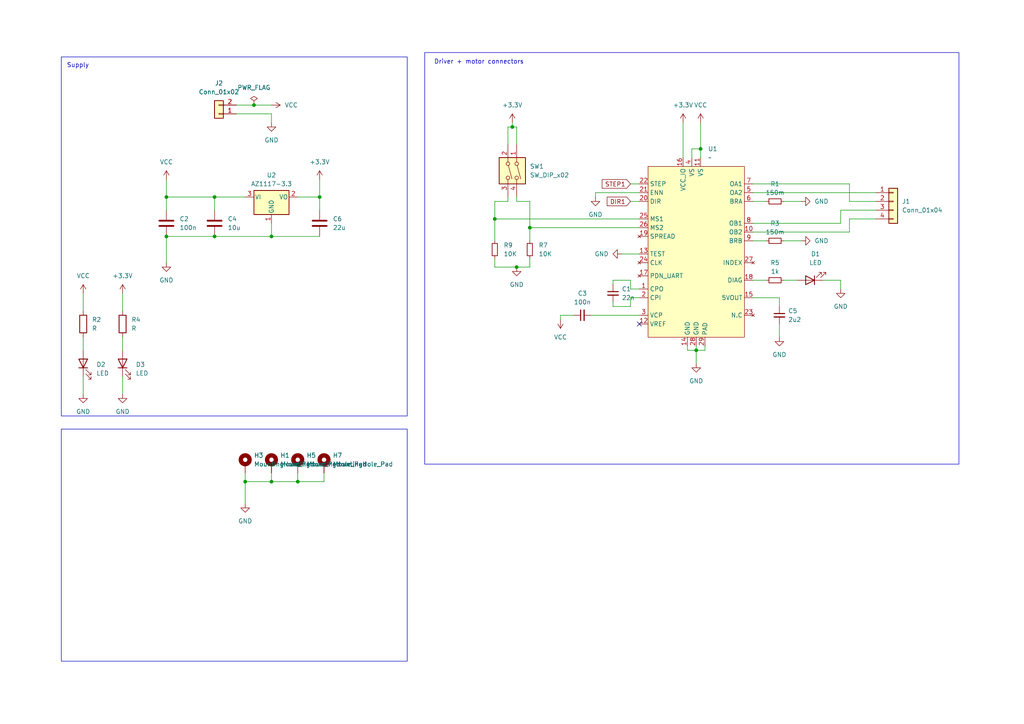
<source format=kicad_sch>
(kicad_sch (version 20250114) (generator "eeschema") (generator_version "9.0")
  (paper "A4")
  (lib_symbols
    (symbol "Connector_Generic:Conn_01x02" (pin_names (offset 1.016) (hide yes))
      (property "Reference" "J" (at 0 2.54 0))
      (property "Value" "Conn_01x02" (at 0 -5.08 0))
      (symbol "Conn_01x02_1_1"
        (rectangle (start -1.27 1.27) (end 1.27 -3.81) (stroke (width 0.254)) (fill (type background)))
        (rectangle (start -1.27 0.127) (end 0 -0.127) (stroke (width 0.1524)))
        (rectangle (start -1.27 -2.413) (end 0 -2.667) (stroke (width 0.1524)))
        (pin passive line (at -5.08 0 0) (length 3.81) (name "Pin_1") (number "1"))
        (pin passive line (at -5.08 -2.54 0) (length 3.81) (name "Pin_2") (number "2"))
      )
    )
    (symbol "Connector_Generic:Conn_01x04" (pin_names (offset 1.016) (hide yes))
      (property "Reference" "J" (at 0 5.08 0))
      (property "Value" "Conn_01x04" (at 0 -7.62 0))
      (symbol "Conn_01x04_1_1"
        (rectangle (start -1.27 3.81) (end 1.27 -6.35) (stroke (width 0.254)) (fill (type background)))
        (rectangle (start -1.27 2.667) (end 0 2.413) (stroke (width 0.1524)))
        (rectangle (start -1.27 0.127) (end 0 -0.127) (stroke (width 0.1524)))
        (rectangle (start -1.27 -2.413) (end 0 -2.667) (stroke (width 0.1524)))
        (rectangle (start -1.27 -4.953) (end 0 -5.207) (stroke (width 0.1524)))
        (pin passive line (at -5.08 2.54 0) (length 3.81) (name "Pin_1") (number "1"))
        (pin passive line (at -5.08 0 0) (length 3.81) (name "Pin_2") (number "2"))
        (pin passive line (at -5.08 -2.54 0) (length 3.81) (name "Pin_3") (number "3"))
        (pin passive line (at -5.08 -5.08 0) (length 3.81) (name "Pin_4") (number "4"))
      )
    )
    (symbol "Device:C" (pin_numbers (hide yes)) (pin_names (offset 0.254))
      (property "Reference" "C" (at 0.635 2.54 0))
      (property "Value" "C" (at 0.635 -2.54 0))
      (symbol "C_0_1"
        (polyline (pts (xy -2.032 0.762) (xy 2.032 0.762)) (stroke (width 0.508)))
        (polyline (pts (xy -2.032 -0.762) (xy 2.032 -0.762)) (stroke (width 0.508)))
      )
      (symbol "C_1_1"
        (pin passive line (at 0 3.81 270) (length 2.794) (name "~") (number "1"))
        (pin passive line (at 0 -3.81 90) (length 2.794) (name "~") (number "2"))
      )
    )
    (symbol "Device:C_Small" (pin_numbers (hide yes)) (pin_names (offset 0.254) (hide yes))
      (property "Reference" "C" (at 0.254 1.778 0))
      (property "Value" "C_Small" (at 0.254 -2.032 0))
      (symbol "C_Small_0_1"
        (polyline (pts (xy -1.524 0.508) (xy 1.524 0.508)) (stroke (width 0.3048)))
        (polyline (pts (xy -1.524 -0.508) (xy 1.524 -0.508)) (stroke (width 0.3302)))
      )
      (symbol "C_Small_1_1"
        (pin passive line (at 0 2.54 270) (length 2.032) (name "~") (number "1"))
        (pin passive line (at 0 -2.54 90) (length 2.032) (name "~") (number "2"))
      )
    )
    (symbol "Device:LED" (pin_numbers (hide yes)) (pin_names (offset 1.016) (hide yes))
      (property "Reference" "D" (at 0 2.54 0))
      (property "Value" "LED" (at 0 -2.54 0))
      (symbol "LED_0_1"
        (polyline (pts (xy -3.048 -0.762) (xy -4.572 -2.286) (xy -3.81 -2.286) (xy -4.572 -2.286) (xy -4.572 -1.524)))
        (polyline (pts (xy -1.778 -0.762) (xy -3.302 -2.286) (xy -2.54 -2.286) (xy -3.302 -2.286) (xy -3.302 -1.524)))
        (polyline (pts (xy -1.27 0) (xy 1.27 0)))
        (polyline (pts (xy -1.27 -1.27) (xy -1.27 1.27)) (stroke (width 0.254)))
        (polyline (pts (xy 1.27 -1.27) (xy 1.27 1.27) (xy -1.27 0) (xy 1.27 -1.27)) (stroke (width 0.254)))
      )
      (symbol "LED_1_1"
        (pin passive line (at -3.81 0 0) (length 2.54) (name "K") (number "1"))
        (pin passive line (at 3.81 0 180) (length 2.54) (name "A") (number "2"))
      )
    )
    (symbol "Device:R" (pin_numbers (hide yes)) (pin_names (offset 0))
      (property "Reference" "R" (at 2.032 0 90))
      (property "Value" "R" (at 0 0 90))
      (symbol "R_0_1"
        (rectangle (start -1.016 -2.54) (end 1.016 2.54) (stroke (width 0.254)))
      )
      (symbol "R_1_1"
        (pin passive line (at 0 3.81 270) (length 1.27) (name "~") (number "1"))
        (pin passive line (at 0 -3.81 90) (length 1.27) (name "~") (number "2"))
      )
    )
    (symbol "Device:R_Small" (pin_numbers (hide yes)) (pin_names (offset 0.254) (hide yes))
      (property "Reference" "R" (at 0.762 0.508 0))
      (property "Value" "R_Small" (at 0.762 -1.016 0))
      (symbol "R_Small_0_1"
        (rectangle (start -0.762 1.778) (end 0.762 -1.778) (stroke (width 0.2032)))
      )
      (symbol "R_Small_1_1"
        (pin passive line (at 0 2.54 270) (length 0.762) (name "~") (number "1"))
        (pin passive line (at 0 -2.54 90) (length 0.762) (name "~") (number "2"))
      )
    )
    (symbol "Mechanical:MountingHole_Pad" (pin_numbers (hide yes)) (pin_names (offset 1.016) (hide yes))
      (property "Reference" "H" (at 0 6.35 0))
      (property "Value" "MountingHole_Pad" (at 0 4.445 0))
      (symbol "MountingHole_Pad_0_1"
        (circle (center 0 1.27) (radius 1.27) (stroke (width 1.27)))
      )
      (symbol "MountingHole_Pad_1_1"
        (pin input line (at 0 -2.54 90) (length 2.54) (name "1") (number "1"))
      )
    )
    (symbol "Regulator_Linear:AZ1117-3.3" (pin_names (offset 0.254))
      (property "Reference" "U" (at -3.81 3.175 0))
      (property "Value" "AZ1117-3.3" (at 0 3.175 0))
      (symbol "AZ1117-3.3_0_1"
        (rectangle (start -5.08 1.905) (end 5.08 -5.08) (stroke (width 0.254)) (fill (type background)))
      )
      (symbol "AZ1117-3.3_1_1"
        (pin power_in line (at -7.62 0 0) (length 2.54) (name "VI") (number "3"))
        (pin power_in line (at 0 -7.62 90) (length 2.54) (name "GND") (number "1"))
        (pin power_out line (at 7.62 0 180) (length 2.54) (name "VO") (number "2"))
      )
    )
    (symbol "Switch:SW_DIP_x02" (pin_names (offset 0) (hide yes))
      (property "Reference" "SW" (at 0 6.35 0))
      (property "Value" "SW_DIP_x02" (at 0 -3.81 0))
      (symbol "SW_DIP_x02_0_0"
        (circle (center -2.032 2.54) (radius 0.508))
        (circle (center -2.032 0) (radius 0.508))
        (polyline (pts (xy -1.524 2.667) (xy 2.3622 3.7084)))
        (polyline (pts (xy -1.524 0.127) (xy 2.3622 1.1684)))
        (circle (center 2.032 2.54) (radius 0.508))
        (circle (center 2.032 0) (radius 0.508))
      )
      (symbol "SW_DIP_x02_0_1"
        (rectangle (start -3.81 5.08) (end 3.81 -2.54) (stroke (width 0.254)) (fill (type background)))
      )
      (symbol "SW_DIP_x02_1_1"
        (pin passive line (at -7.62 2.54 0) (length 5.08) (name "~") (number "1"))
        (pin passive line (at -7.62 0 0) (length 5.08) (name "~") (number "2"))
        (pin passive line (at 7.62 2.54 180) (length 5.08) (name "~") (number "4"))
        (pin passive line (at 7.62 0 180) (length 5.08) (name "~") (number "3"))
      )
    )
    (symbol "my_lib:TMC2225"
      (property "Reference" "U" (at 13.462 45.212 0))
      (symbol "TMC2225_1_1"
        (rectangle (start -5.08 41.91) (end 22.86 -7.62) (fill (type color) (color 255 255 194 1)))
        (pin input line (at -7.62 36.83 0) (length 2.54) (name "STEP") (number "22"))
        (pin input line (at -7.62 34.29 0) (length 2.54) (name "ENN") (number "21"))
        (pin input line (at -7.62 31.75 0) (length 2.54) (name "DIR") (number "20"))
        (pin input line (at -7.62 26.67 0) (length 2.54) (name "MS1") (number "25"))
        (pin input line (at -7.62 24.13 0) (length 2.54) (name "MS2") (number "26"))
        (pin no_connect line (at -7.62 21.59 0) (length 2.54) (name "SPREAD") (number "19"))
        (pin input line (at -7.62 16.51 0) (length 2.54) (name "TEST") (number "13"))
        (pin no_connect line (at -7.62 13.97 0) (length 2.54) (name "CLK") (number "24"))
        (pin no_connect line (at -7.62 10.16 0) (length 2.54) (name "PDN_UART") (number "17"))
        (pin passive line (at -7.62 6.35 0) (length 2.54) (name "CPO") (number "1"))
        (pin passive line (at -7.62 3.81 0) (length 2.54) (name "CPI") (number "2"))
        (pin passive line (at -7.62 -1.27 0) (length 2.54) (name "VCP") (number "3"))
        (pin input line (at -7.62 -3.81 0) (length 2.54) (name "VREF") (number "12"))
        (pin input line (at 5.08 44.45 270) (length 2.54) (name "VCC_IO") (number "16"))
        (pin input line (at 6.35 -10.16 90) (length 2.54) (name "GND") (number "14"))
        (pin input line (at 7.62 44.45 270) (length 2.54) (name "VS") (number "4"))
        (pin input line (at 8.89 -10.16 90) (length 2.54) (name "GND") (number "28"))
        (pin input line (at 10.16 44.45 270) (length 2.54) (name "VS") (number "11"))
        (pin input line (at 11.43 -10.16 90) (length 2.54) (name "PAD") (number "29"))
        (pin output line (at 25.4 36.83 180) (length 2.54) (name "OA1") (number "7"))
        (pin output line (at 25.4 34.29 180) (length 2.54) (name "OA2") (number "5"))
        (pin output line (at 25.4 31.75 180) (length 2.54) (name "BRA") (number "6"))
        (pin output line (at 25.4 25.4 180) (length 2.54) (name "OB1") (number "8"))
        (pin output line (at 25.4 22.86 180) (length 2.54) (name "OB2") (number "10"))
        (pin output line (at 25.4 20.32 180) (length 2.54) (name "BRB") (number "9"))
        (pin no_connect line (at 25.4 13.97 180) (length 2.54) (name "INDEX") (number "27"))
        (pin output line (at 25.4 8.89 180) (length 2.54) (name "DIAG") (number "18"))
        (pin passive line (at 25.4 3.81 180) (length 2.54) (name "5VOUT") (number "15"))
        (pin no_connect line (at 25.4 -1.27 180) (length 2.54) (name "N.C") (number "23"))
      )
    )
    (symbol "power:+3.3V" (power) (pin_names (offset 0))
      (property "Value" "+3.3V" (at 0 3.556 0))
      (symbol "+3.3V_0_1"
        (polyline (pts (xy -0.762 1.27) (xy 0 2.54)))
        (polyline (pts (xy 0 2.54) (xy 0.762 1.27)))
        (polyline (pts (xy 0 0) (xy 0 2.54)))
      )
      (symbol "+3.3V_1_1"
        (pin power_in line (at 0 0 90) (length 0) (hide yes) (name "+3.3V") (number "1"))
      )
    )
    (symbol "power:GND" (power) (pin_names (offset 0))
      (property "Value" "GND" (at 0 -3.81 0))
      (symbol "GND_0_1"
        (polyline (pts (xy 0 0) (xy 0 -1.27) (xy 1.27 -1.27) (xy 0 -2.54) (xy -1.27 -1.27) (xy 0 -1.27)))
      )
      (symbol "GND_1_1"
        (pin power_in line (at 0 0 270) (length 0) (hide yes) (name "GND") (number "1"))
      )
    )
    (symbol "power:PWR_FLAG" (power) (pin_numbers (hide yes)) (pin_names (offset 0) (hide yes))
      (property "Value" "PWR_FLAG" (at 0 3.81 0))
      (symbol "PWR_FLAG_0_0"
        (pin power_out line (at 0 0 90) (length 0) (name "pwr") (number "1"))
      )
      (symbol "PWR_FLAG_0_1"
        (polyline (pts (xy 0 0) (xy 0 1.27) (xy -1.016 1.905) (xy 0 2.54) (xy 1.016 1.905) (xy 0 1.27)))
      )
    )
    (symbol "power:VCC" (power) (pin_names (offset 0))
      (property "Value" "VCC" (at 0 3.81 0))
      (symbol "VCC_0_1"
        (polyline (pts (xy -0.762 1.27) (xy 0 2.54)))
        (polyline (pts (xy 0 2.54) (xy 0.762 1.27)))
        (polyline (pts (xy 0 0) (xy 0 2.54)))
      )
      (symbol "VCC_1_1"
        (pin power_in line (at 0 0 90) (length 0) (hide yes) (name "VCC") (number "1"))
      )
    )
  )
  (rectangle (start 17.78 124.46) (end 118.11 191.77))
  (rectangle (start 123.19 15.24) (end 278.13 134.62))
  (rectangle (start 17.78 16.51) (end 118.11 120.65))
  (text "Supply\n" (at 22.606 19.05 0) (effects (font (size 1.27 1.27))))
  (text "Driver + motor connectors\n" (at 138.938 18.034 0) (effects (font (size 1.27 1.27))))
  (junction (at 62.23 57.15))
  (junction (at 48.26 57.15))
  (junction (at 78.74 68.58))
  (junction (at 78.74 139.7))
  (junction (at 201.93 101.6))
  (junction (at 62.23 68.58))
  (junction (at 153.67 66.04))
  (junction (at 71.12 139.7))
  (junction (at 73.66 30.48))
  (junction (at 149.86 77.47))
  (junction (at 92.71 57.15))
  (junction (at 48.26 68.58))
  (junction (at 203.2 43.18))
  (junction (at 148.59 36.83))
  (junction (at 143.51 63.5))
  (junction (at 86.36 139.7))
  (no_connect (at 185.42 93.98))
  (wire (pts (xy 24.13 85.09) (xy 24.13 90.17)))
  (wire (pts (xy 203.2 43.18) (xy 203.2 45.72)))
  (wire (pts (xy 227.33 69.85) (xy 232.41 69.85)))
  (wire (pts (xy 182.88 53.34) (xy 185.42 53.34)))
  (wire (pts (xy 86.36 57.15) (xy 92.71 57.15)))
  (wire (pts (xy 246.38 67.31) (xy 246.38 63.5)))
  (wire (pts (xy 200.66 45.72) (xy 200.66 43.18)))
  (wire (pts (xy 182.88 83.82) (xy 182.88 81.28)))
  (wire (pts (xy 147.32 41.91) (xy 147.32 36.83)))
  (wire (pts (xy 218.44 69.85) (xy 222.25 69.85)))
  (wire (pts (xy 24.13 109.22) (xy 24.13 114.3)))
  (wire (pts (xy 182.88 86.36) (xy 182.88 88.9)))
  (wire (pts (xy 92.71 57.15) (xy 92.71 60.96)))
  (wire (pts (xy 243.84 64.77) (xy 243.84 60.96)))
  (wire (pts (xy 147.32 58.42) (xy 147.32 57.15)))
  (wire (pts (xy 73.66 30.48) (xy 78.74 30.48)))
  (wire (pts (xy 180.34 73.66) (xy 185.42 73.66)))
  (wire (pts (xy 243.84 60.96) (xy 254 60.96)))
  (wire (pts (xy 199.39 100.33) (xy 199.39 101.6)))
  (wire (pts (xy 162.56 91.44) (xy 162.56 92.71)))
  (wire (pts (xy 149.86 41.91) (xy 149.86 36.83)))
  (wire (pts (xy 62.23 68.58) (xy 78.74 68.58)))
  (wire (pts (xy 153.67 77.47) (xy 153.67 74.93)))
  (wire (pts (xy 35.56 109.22) (xy 35.56 114.3)))
  (wire (pts (xy 78.74 139.7) (xy 86.36 139.7)))
  (wire (pts (xy 227.33 58.42) (xy 232.41 58.42)))
  (wire (pts (xy 153.67 66.04) (xy 153.67 58.42)))
  (wire (pts (xy 143.51 77.47) (xy 149.86 77.47)))
  (wire (pts (xy 35.56 85.09) (xy 35.56 90.17)))
  (wire (pts (xy 78.74 68.58) (xy 92.71 68.58)))
  (wire (pts (xy 71.12 137.16) (xy 71.12 139.7)))
  (wire (pts (xy 246.38 63.5) (xy 254 63.5)))
  (wire (pts (xy 218.44 67.31) (xy 246.38 67.31)))
  (wire (pts (xy 86.36 139.7) (xy 93.98 139.7)))
  (wire (pts (xy 153.67 66.04) (xy 185.42 66.04)))
  (wire (pts (xy 218.44 53.34) (xy 246.38 53.34)))
  (wire (pts (xy 153.67 58.42) (xy 149.86 58.42)))
  (wire (pts (xy 78.74 33.02) (xy 78.74 35.56)))
  (wire (pts (xy 143.51 69.85) (xy 143.51 63.5)))
  (wire (pts (xy 62.23 57.15) (xy 62.23 60.96)))
  (wire (pts (xy 243.84 81.28) (xy 243.84 83.82)))
  (wire (pts (xy 78.74 137.16) (xy 78.74 139.7)))
  (wire (pts (xy 143.51 74.93) (xy 143.51 77.47)))
  (wire (pts (xy 153.67 69.85) (xy 153.67 66.04)))
  (wire (pts (xy 149.86 58.42) (xy 149.86 57.15)))
  (wire (pts (xy 182.88 88.9) (xy 177.8 88.9)))
  (wire (pts (xy 143.51 63.5) (xy 143.51 58.42)))
  (wire (pts (xy 48.26 57.15) (xy 48.26 52.07)))
  (wire (pts (xy 86.36 137.16) (xy 86.36 139.7)))
  (wire (pts (xy 93.98 137.16) (xy 93.98 139.7)))
  (wire (pts (xy 35.56 97.79) (xy 35.56 101.6)))
  (wire (pts (xy 218.44 55.88) (xy 254 55.88)))
  (wire (pts (xy 177.8 87.63) (xy 177.8 88.9)))
  (wire (pts (xy 148.59 36.83) (xy 148.59 35.56)))
  (wire (pts (xy 48.26 68.58) (xy 62.23 68.58)))
  (wire (pts (xy 227.33 81.28) (xy 231.14 81.28)))
  (wire (pts (xy 185.42 86.36) (xy 182.88 86.36)))
  (wire (pts (xy 200.66 43.18) (xy 203.2 43.18)))
  (wire (pts (xy 218.44 86.36) (xy 226.06 86.36)))
  (wire (pts (xy 246.38 58.42) (xy 254 58.42)))
  (wire (pts (xy 182.88 58.42) (xy 185.42 58.42)))
  (wire (pts (xy 78.74 139.7) (xy 71.12 139.7)))
  (wire (pts (xy 185.42 55.88) (xy 172.72 55.88)))
  (wire (pts (xy 204.47 101.6) (xy 201.93 101.6)))
  (wire (pts (xy 143.51 58.42) (xy 147.32 58.42)))
  (wire (pts (xy 71.12 139.7) (xy 71.12 146.05)))
  (wire (pts (xy 185.42 83.82) (xy 182.88 83.82)))
  (wire (pts (xy 166.37 91.44) (xy 162.56 91.44)))
  (wire (pts (xy 218.44 58.42) (xy 222.25 58.42)))
  (wire (pts (xy 172.72 55.88) (xy 172.72 57.15)))
  (wire (pts (xy 204.47 100.33) (xy 204.47 101.6)))
  (wire (pts (xy 147.32 36.83) (xy 148.59 36.83)))
  (wire (pts (xy 68.58 33.02) (xy 78.74 33.02)))
  (wire (pts (xy 24.13 97.79) (xy 24.13 101.6)))
  (wire (pts (xy 177.8 81.28) (xy 177.8 82.55)))
  (wire (pts (xy 182.88 81.28) (xy 177.8 81.28)))
  (wire (pts (xy 238.76 81.28) (xy 243.84 81.28)))
  (wire (pts (xy 71.12 57.15) (xy 62.23 57.15)))
  (wire (pts (xy 218.44 64.77) (xy 243.84 64.77)))
  (wire (pts (xy 78.74 64.77) (xy 78.74 68.58)))
  (wire (pts (xy 226.06 86.36) (xy 226.06 88.9)))
  (wire (pts (xy 218.44 81.28) (xy 222.25 81.28)))
  (wire (pts (xy 246.38 53.34) (xy 246.38 58.42)))
  (wire (pts (xy 171.45 91.44) (xy 185.42 91.44)))
  (wire (pts (xy 48.26 57.15) (xy 48.26 60.96)))
  (wire (pts (xy 226.06 93.98) (xy 226.06 97.79)))
  (wire (pts (xy 143.51 63.5) (xy 185.42 63.5)))
  (wire (pts (xy 201.93 101.6) (xy 201.93 105.41)))
  (wire (pts (xy 149.86 36.83) (xy 148.59 36.83)))
  (wire (pts (xy 203.2 35.56) (xy 203.2 43.18)))
  (wire (pts (xy 92.71 57.15) (xy 92.71 52.07)))
  (wire (pts (xy 201.93 101.6) (xy 201.93 100.33)))
  (wire (pts (xy 199.39 101.6) (xy 201.93 101.6)))
  (wire (pts (xy 48.26 68.58) (xy 48.26 76.2)))
  (wire (pts (xy 149.86 77.47) (xy 153.67 77.47)))
  (wire (pts (xy 198.12 35.56) (xy 198.12 45.72)))
  (wire (pts (xy 68.58 30.48) (xy 73.66 30.48)))
  (wire (pts (xy 62.23 57.15) (xy 48.26 57.15)))
  (global_label "DIR1" (shape input) (at 182.88 58.42 180) (property "Intersheetrefs" "${INTERSHEET_REFS}" (effects (hide yes))))
  (global_label "STEP1" (shape input) (at 182.88 53.34 180) (property "Intersheetrefs" "${INTERSHEET_REFS}" (effects (hide yes))))
  (symbol (lib_id "power:GND") (at 232.41 69.85 90) (unit 1)
    (property "Reference" "#PWR013" (effects (hide yes)))
    (property "Value" "GND" (at 236.22 69.8499 90) (effects (justify right)))
    (property "Description" "Power symbol creates a global label with name \"GND\" , ground" (effects (hide yes)))
  )
  (symbol (lib_id "Device:C") (at 92.71 64.77 0) (unit 1)
    (property "Reference" "C6" (at 96.52 63.4999 0) (effects (justify left)))
    (property "Value" "22u" (at 96.52 66.0399 0) (effects (justify left)))
    (property "Description" "Unpolarized capacitor" (effects (hide yes)))
  )
  (symbol (lib_id "power:VCC") (at 203.2 35.56 0) (unit 1)
    (property "Reference" "#PWR07" (effects (hide yes)))
    (property "Value" "VCC" (at 203.2 30.48 0))
    (property "Description" "Power symbol creates a global label with name \"VCC\"" (effects (hide yes)))
  )
  (symbol (lib_id "Connector_Generic:Conn_01x04") (at 259.08 58.42 0) (unit 1)
    (property "Reference" "J1" (at 261.62 58.4199 0) (effects (justify left)))
    (property "Value" "Conn_01x04" (at 261.62 60.9599 0) (effects (justify left)))
    (property "Description" "Generic connector, single row, 01x04, script generated (kicad-library-utils/schlib/autogen/connector/)" (effects (hide yes)))
  )
  (symbol (lib_id "Device:C_Small") (at 226.06 91.44 0) (unit 1)
    (property "Reference" "C5" (at 228.6 90.1762 0) (effects (justify left)))
    (property "Value" "2u2" (at 228.6 92.7162 0) (effects (justify left)))
    (property "Description" "Unpolarized capacitor, small symbol" (effects (hide yes)))
  )
  (symbol (lib_id "power:GND") (at 232.41 58.42 90) (unit 1)
    (property "Reference" "#PWR011" (effects (hide yes)))
    (property "Value" "GND" (at 236.22 58.4199 90) (effects (justify right)))
    (property "Description" "Power symbol creates a global label with name \"GND\" , ground" (effects (hide yes)))
  )
  (symbol (lib_id "power:+3.3V") (at 35.56 85.09 0) (unit 1)
    (property "Reference" "#PWR018" (effects (hide yes)))
    (property "Value" "+3.3V" (at 35.56 80.01 0))
    (property "Description" "Power symbol creates a global label with name \"+3.3V\"" (effects (hide yes)))
  )
  (symbol (lib_id "power:GND") (at 172.72 57.15 0) (unit 1)
    (property "Reference" "#PWR01" (effects (hide yes)))
    (property "Value" "GND" (at 172.72 62.23 0))
    (property "Description" "Power symbol creates a global label with name \"GND\" , ground" (effects (hide yes)))
  )
  (symbol (lib_id "Device:LED") (at 35.56 105.41 90) (unit 1)
    (property "Reference" "D3" (at 39.37 105.7274 90) (effects (justify right)))
    (property "Value" "LED" (at 39.37 108.2674 90) (effects (justify right)))
    (property "Description" "Light emitting diode" (effects (hide yes)))
  )
  (symbol (lib_id "power:+3.3V") (at 148.59 35.56 0) (unit 1)
    (property "Reference" "#PWR023" (effects (hide yes)))
    (property "Value" "+3.3V" (at 148.59 30.48 0))
    (property "Description" "Power symbol creates a global label with name \"+3.3V\"" (effects (hide yes)))
  )
  (symbol (lib_id "power:VCC") (at 78.74 30.48 270) (unit 1)
    (property "Reference" "#PWR08" (effects (hide yes)))
    (property "Value" "VCC" (at 82.55 30.4799 90) (effects (justify left)))
    (property "Description" "Power symbol creates a global label with name \"VCC\"" (effects (hide yes)))
  )
  (symbol (lib_id "power:GND") (at 243.84 83.82 0) (unit 1)
    (property "Reference" "#PWR015" (effects (hide yes)))
    (property "Value" "GND" (at 243.84 88.9 0))
    (property "Description" "Power symbol creates a global label with name \"GND\" , ground" (effects (hide yes)))
  )
  (symbol (lib_id "power:VCC") (at 48.26 52.07 0) (unit 1)
    (property "Reference" "#PWR04" (effects (hide yes)))
    (property "Value" "VCC" (at 48.26 46.99 0))
    (property "Description" "Power symbol creates a global label with name \"VCC\"" (effects (hide yes)))
  )
  (symbol (lib_id "Device:R") (at 24.13 93.98 0) (unit 1)
    (property "Reference" "R2" (at 26.67 92.7099 0) (effects (justify left)))
    (property "Value" "R" (at 26.67 95.2499 0) (effects (justify left)))
    (property "Description" "Resistor" (effects (hide yes)))
  )
  (symbol (lib_id "power:GND") (at 24.13 114.3 0) (unit 1)
    (property "Reference" "#PWR012" (effects (hide yes)))
    (property "Value" "GND" (at 24.13 119.38 0))
    (property "Description" "Power symbol creates a global label with name \"GND\" , ground" (effects (hide yes)))
  )
  (symbol (lib_id "my_lib:TMC2225") (at 193.04 90.17 0) (unit 1)
    (property "Reference" "U1" (at 205.3433 43.18 0) (effects (justify left)))
    (property "Value" "~" (at 205.3433 45.72 0) (effects (justify left)))
  )
  (symbol (lib_id "Device:C") (at 48.26 64.77 0) (unit 1)
    (property "Reference" "C2" (at 52.07 63.4999 0) (effects (justify left)))
    (property "Value" "100n" (at 52.07 66.0399 0) (effects (justify left)))
    (property "Description" "Unpolarized capacitor" (effects (hide yes)))
  )
  (symbol (lib_id "power:GND") (at 201.93 105.41 0) (unit 1)
    (property "Reference" "#PWR019" (effects (hide yes)))
    (property "Value" "GND" (at 201.93 110.49 0))
    (property "Description" "Power symbol creates a global label with name \"GND\" , ground" (effects (hide yes)))
  )
  (symbol (lib_id "Device:C_Small") (at 168.91 91.44 90) (unit 1)
    (property "Reference" "C3" (at 168.9163 85.09 90))
    (property "Value" "100n" (at 168.9163 87.63 90))
    (property "Description" "Unpolarized capacitor, small symbol" (effects (hide yes)))
  )
  (symbol (lib_id "Device:R") (at 35.56 93.98 0) (unit 1)
    (property "Reference" "R4" (at 38.1 92.7099 0) (effects (justify left)))
    (property "Value" "R" (at 38.1 95.2499 0) (effects (justify left)))
    (property "Description" "Resistor" (effects (hide yes)))
  )
  (symbol (lib_id "Device:C_Small") (at 177.8 85.09 0) (unit 1)
    (property "Reference" "C1" (at 180.34 83.8262 0) (effects (justify left)))
    (property "Value" "22n" (at 180.34 86.3662 0) (effects (justify left)))
    (property "Description" "Unpolarized capacitor, small symbol" (effects (hide yes)))
  )
  (symbol (lib_id "Mechanical:MountingHole_Pad") (at 71.12 134.62 0) (unit 1)
    (property "Reference" "H3" (at 73.66 132.0799 0) (effects (justify left)))
    (property "Value" "MountingHole_Pad" (at 73.66 134.6199 0) (effects (justify left)))
    (property "Description" "Mounting Hole with connection" (effects (hide yes)))
  )
  (symbol (lib_id "Mechanical:MountingHole_Pad") (at 93.98 134.62 0) (unit 1)
    (property "Reference" "H7" (at 96.52 132.0799 0) (effects (justify left)))
    (property "Value" "MountingHole_Pad" (at 96.52 134.6199 0) (effects (justify left)))
    (property "Description" "Mounting Hole with connection" (effects (hide yes)))
  )
  (symbol (lib_id "Switch:SW_DIP_x02") (at 147.32 49.53 270) (unit 1)
    (property "Reference" "SW1" (at 153.67 48.2599 90) (effects (justify left)))
    (property "Value" "SW_DIP_x02" (at 153.67 50.7999 90) (effects (justify left)))
    (property "Description" "2x DIP Switch, Single Pole Single Throw (SPST) switch, small symbol" (effects (hide yes)))
  )
  (symbol (lib_id "Device:R_Small") (at 224.79 69.85 90) (unit 1)
    (property "Reference" "R3" (at 224.79 64.77 90))
    (property "Value" "150m" (at 224.79 67.31 90))
    (property "Description" "Resistor, small symbol" (effects (hide yes)))
  )
  (symbol (lib_id "power:+3.3V") (at 92.71 52.07 0) (unit 1)
    (property "Reference" "#PWR06" (effects (hide yes)))
    (property "Value" "+3.3V" (at 92.71 46.99 0))
    (property "Description" "Power symbol creates a global label with name \"+3.3V\"" (effects (hide yes)))
  )
  (symbol (lib_id "power:GND") (at 71.12 146.05 0) (unit 1)
    (property "Reference" "#PWR045" (effects (hide yes)))
    (property "Value" "GND" (at 71.12 151.13 0))
    (property "Description" "Power symbol creates a global label with name \"GND\" , ground" (effects (hide yes)))
  )
  (symbol (lib_id "Mechanical:MountingHole_Pad") (at 86.36 134.62 0) (unit 1)
    (property "Reference" "H5" (at 88.9 132.0799 0) (effects (justify left)))
    (property "Value" "MountingHole_Pad" (at 88.9 134.6199 0) (effects (justify left)))
    (property "Description" "Mounting Hole with connection" (effects (hide yes)))
  )
  (symbol (lib_id "Mechanical:MountingHole_Pad") (at 78.74 134.62 0) (unit 1)
    (property "Reference" "H1" (at 81.28 132.0799 0) (effects (justify left)))
    (property "Value" "MountingHole_Pad" (at 81.28 134.6199 0) (effects (justify left)))
    (property "Description" "Mounting Hole with connection" (effects (hide yes)))
  )
  (symbol (lib_id "power:GND") (at 35.56 114.3 0) (unit 1)
    (property "Reference" "#PWR014" (effects (hide yes)))
    (property "Value" "GND" (at 35.56 119.38 0))
    (property "Description" "Power symbol creates a global label with name \"GND\" , ground" (effects (hide yes)))
  )
  (symbol (lib_id "power:GND") (at 180.34 73.66 270) (unit 1)
    (property "Reference" "#PWR03" (effects (hide yes)))
    (property "Value" "GND" (at 176.53 73.6599 90) (effects (justify right)))
    (property "Description" "Power symbol creates a global label with name \"GND\" , ground" (effects (hide yes)))
  )
  (symbol (lib_id "Device:R_Small") (at 224.79 58.42 90) (unit 1)
    (property "Reference" "R1" (at 224.79 53.34 90))
    (property "Value" "150m" (at 224.79 55.88 90))
    (property "Description" "Resistor, small symbol" (effects (hide yes)))
  )
  (symbol (lib_id "power:PWR_FLAG") (at 73.66 30.48 0) (unit 1)
    (property "Reference" "#FLG01" (effects (hide yes)))
    (property "Value" "PWR_FLAG" (at 73.66 25.4 0))
    (property "Description" "Special symbol for telling ERC where power comes from" (effects (hide yes)))
  )
  (symbol (lib_id "power:GND") (at 48.26 76.2 0) (unit 1)
    (property "Reference" "#PWR02" (effects (hide yes)))
    (property "Value" "GND" (at 48.26 81.28 0))
    (property "Description" "Power symbol creates a global label with name \"GND\" , ground" (effects (hide yes)))
  )
  (symbol (lib_id "power:GND") (at 226.06 97.79 0) (unit 1)
    (property "Reference" "#PWR017" (effects (hide yes)))
    (property "Value" "GND" (at 226.06 102.87 0))
    (property "Description" "Power symbol creates a global label with name \"GND\" , ground" (effects (hide yes)))
  )
  (symbol (lib_id "Connector_Generic:Conn_01x02") (at 63.5 33.02 180) (unit 1)
    (property "Reference" "J2" (at 63.5 24.13 0))
    (property "Value" "Conn_01x02" (at 63.5 26.67 0))
    (property "Description" "Generic connector, single row, 01x02, script generated (kicad-library-utils/schlib/autogen/connector/)" (effects (hide yes)))
  )
  (symbol (lib_id "Device:LED") (at 234.95 81.28 180) (unit 1)
    (property "Reference" "D1" (at 236.5375 73.66 0))
    (property "Value" "LED" (at 236.5375 76.2 0))
    (property "Description" "Light emitting diode" (effects (hide yes)))
  )
  (symbol (lib_id "Regulator_Linear:AZ1117-3.3") (at 78.74 57.15 0) (unit 1)
    (property "Reference" "U2" (at 78.74 50.8 0))
    (property "Value" "AZ1117-3.3" (at 78.74 53.34 0))
    (property "Datasheet" "https://www.diodes.com/assets/Datasheets/AZ1117.pdf" (effects (hide yes)))
    (property "Description" "1A 20V Fixed LDO Linear Regulator, 3.3V, SOT-89/SOT-223/TO-220/TO-252/TO-263" (effects (hide yes)))
  )
  (symbol (lib_id "power:+3.3V") (at 198.12 35.56 0) (unit 1)
    (property "Reference" "#PWR09" (effects (hide yes)))
    (property "Value" "+3.3V" (at 198.12 30.48 0))
    (property "Description" "Power symbol creates a global label with name \"+3.3V\"" (effects (hide yes)))
  )
  (symbol (lib_id "Device:R_Small") (at 224.79 81.28 90) (unit 1)
    (property "Reference" "R5" (at 224.79 76.2 90))
    (property "Value" "1k" (at 224.79 78.74 90))
    (property "Description" "Resistor, small symbol" (effects (hide yes)))
  )
  (symbol (lib_id "Device:R_Small") (at 153.67 72.39 0) (unit 1)
    (property "Reference" "R7" (at 156.21 71.1199 0) (effects (justify left)))
    (property "Value" "10K" (at 156.21 73.6599 0) (effects (justify left)))
    (property "Description" "Resistor, small symbol" (effects (hide yes)))
  )
  (symbol (lib_id "power:GND") (at 149.86 77.47 0) (unit 1)
    (property "Reference" "#PWR021" (effects (hide yes)))
    (property "Value" "GND" (at 149.86 82.55 0))
    (property "Description" "Power symbol creates a global label with name \"GND\" , ground" (effects (hide yes)))
  )
  (symbol (lib_id "power:VCC") (at 24.13 85.09 0) (unit 1)
    (property "Reference" "#PWR016" (effects (hide yes)))
    (property "Value" "VCC" (at 24.13 80.01 0))
    (property "Description" "Power symbol creates a global label with name \"VCC\"" (effects (hide yes)))
  )
  (symbol (lib_id "power:GND") (at 78.74 35.56 0) (unit 1)
    (property "Reference" "#PWR010" (effects (hide yes)))
    (property "Value" "GND" (at 78.74 40.64 0))
    (property "Description" "Power symbol creates a global label with name \"GND\" , ground" (effects (hide yes)))
  )
  (symbol (lib_id "Device:C") (at 62.23 64.77 0) (unit 1)
    (property "Reference" "C4" (at 66.04 63.4999 0) (effects (justify left)))
    (property "Value" "10u" (at 66.04 66.0399 0) (effects (justify left)))
    (property "Description" "Unpolarized capacitor" (effects (hide yes)))
  )
  (symbol (lib_id "Device:LED") (at 24.13 105.41 90) (unit 1)
    (property "Reference" "D2" (at 27.94 105.7274 90) (effects (justify right)))
    (property "Value" "LED" (at 27.94 108.2674 90) (effects (justify right)))
    (property "Description" "Light emitting diode" (effects (hide yes)))
  )
  (symbol (lib_id "power:VCC") (at 162.56 92.71 180) (unit 1)
    (property "Reference" "#PWR05" (effects (hide yes)))
    (property "Value" "VCC" (at 162.56 97.79 0))
    (property "Description" "Power symbol creates a global label with name \"VCC\"" (effects (hide yes)))
  )
  (symbol (lib_id "Device:R_Small") (at 143.51 72.39 0) (unit 1)
    (property "Reference" "R9" (at 146.05 71.1199 0) (effects (justify left)))
    (property "Value" "10K" (at 146.05 73.6599 0) (effects (justify left)))
    (property "Description" "Resistor, small symbol" (effects (hide yes)))
  )
)
</source>
